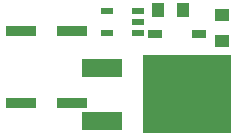
<source format=gtp>
G75*
%MOIN*%
%OFA0B0*%
%FSLAX25Y25*%
%IPPOS*%
%LPD*%
%AMOC8*
5,1,8,0,0,1.08239X$1,22.5*
%
%ADD10R,0.10000X0.03500*%
%ADD11R,0.04724X0.02756*%
%ADD12R,0.29528X0.26378*%
%ADD13R,0.13780X0.06299*%
%ADD14R,0.04000X0.05000*%
%ADD15R,0.03937X0.01969*%
%ADD16R,0.05000X0.04000*%
D10*
X0018600Y0020415D03*
X0035600Y0020415D03*
X0035600Y0044415D03*
X0018600Y0044415D03*
D11*
X0063317Y0043415D03*
X0077883Y0043415D03*
D12*
X0074159Y0023415D03*
D13*
X0045616Y0032273D03*
X0045616Y0014556D03*
D14*
X0064281Y0051415D03*
X0072880Y0051415D03*
D15*
X0057679Y0051273D03*
X0057679Y0047533D03*
X0057679Y0043793D03*
X0047443Y0043793D03*
X0047443Y0051273D03*
D16*
X0085600Y0049734D03*
X0085600Y0041135D03*
M02*

</source>
